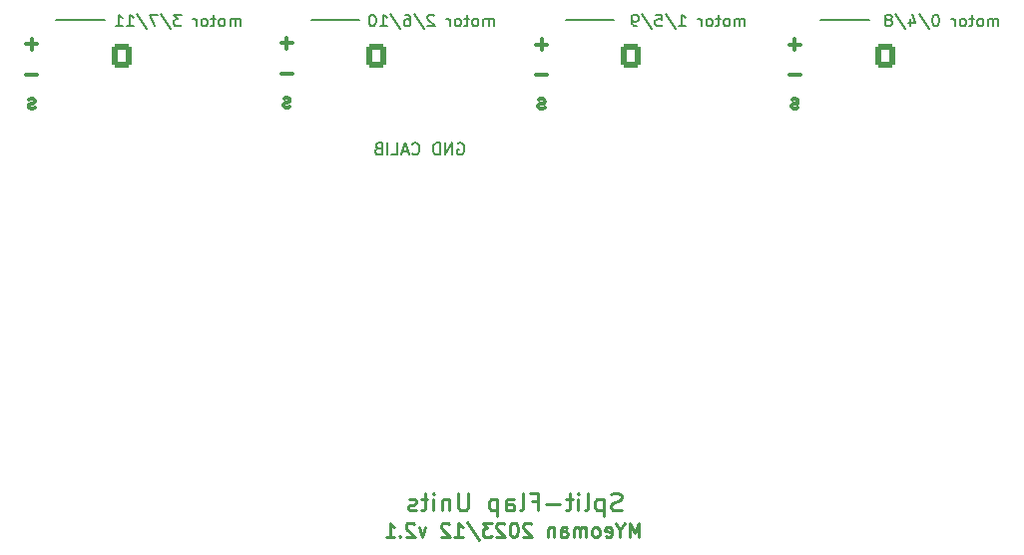
<source format=gbr>
%TF.GenerationSoftware,KiCad,Pcbnew,8.0.0*%
%TF.CreationDate,2024-03-11T16:38:20+11:00*%
%TF.ProjectId,split-flap-units,73706c69-742d-4666-9c61-702d756e6974,rev?*%
%TF.SameCoordinates,Original*%
%TF.FileFunction,Legend,Bot*%
%TF.FilePolarity,Positive*%
%FSLAX46Y46*%
G04 Gerber Fmt 4.6, Leading zero omitted, Abs format (unit mm)*
G04 Created by KiCad (PCBNEW 8.0.0) date 2024-03-11 16:38:20*
%MOMM*%
%LPD*%
G01*
G04 APERTURE LIST*
G04 Aperture macros list*
%AMRoundRect*
0 Rectangle with rounded corners*
0 $1 Rounding radius*
0 $2 $3 $4 $5 $6 $7 $8 $9 X,Y pos of 4 corners*
0 Add a 4 corners polygon primitive as box body*
4,1,4,$2,$3,$4,$5,$6,$7,$8,$9,$2,$3,0*
0 Add four circle primitives for the rounded corners*
1,1,$1+$1,$2,$3*
1,1,$1+$1,$4,$5*
1,1,$1+$1,$6,$7*
1,1,$1+$1,$8,$9*
0 Add four rect primitives between the rounded corners*
20,1,$1+$1,$2,$3,$4,$5,0*
20,1,$1+$1,$4,$5,$6,$7,0*
20,1,$1+$1,$6,$7,$8,$9,0*
20,1,$1+$1,$8,$9,$2,$3,0*%
G04 Aperture macros list end*
%ADD10C,0.150000*%
%ADD11C,0.300000*%
%ADD12C,0.250000*%
%ADD13R,1.600000X1.600000*%
%ADD14O,1.600000X1.600000*%
%ADD15RoundRect,0.250000X-0.600000X-0.725000X0.600000X-0.725000X0.600000X0.725000X-0.600000X0.725000X0*%
%ADD16O,1.700000X1.950000*%
%ADD17R,1.700000X1.700000*%
%ADD18O,1.700000X1.700000*%
%ADD19C,1.600000*%
%ADD20C,6.400000*%
%ADD21RoundRect,0.250000X-0.600000X-0.600000X0.600000X-0.600000X0.600000X0.600000X-0.600000X0.600000X0*%
%ADD22C,1.700000*%
G04 APERTURE END LIST*
D10*
X120650000Y-82346800D02*
X116560600Y-82346800D01*
X99034600Y-82346800D02*
X94945200Y-82346800D01*
X163906200Y-82346800D02*
X159816800Y-82346800D01*
X142265400Y-82346800D02*
X138176000Y-82346800D01*
D11*
X93116917Y-89775400D02*
X93002631Y-89832542D01*
X93002631Y-89832542D02*
X92774060Y-89832542D01*
X92774060Y-89832542D02*
X92659774Y-89775400D01*
X92659774Y-89775400D02*
X92602631Y-89661114D01*
X92602631Y-89661114D02*
X92602631Y-89603971D01*
X92602631Y-89603971D02*
X92659774Y-89489685D01*
X92659774Y-89489685D02*
X92774060Y-89432542D01*
X92774060Y-89432542D02*
X92945489Y-89432542D01*
X92945489Y-89432542D02*
X93059774Y-89375400D01*
X93059774Y-89375400D02*
X93116917Y-89261114D01*
X93116917Y-89261114D02*
X93116917Y-89203971D01*
X93116917Y-89203971D02*
X93059774Y-89089685D01*
X93059774Y-89089685D02*
X92945489Y-89032542D01*
X92945489Y-89032542D02*
X92774060Y-89032542D01*
X92774060Y-89032542D02*
X92659774Y-89089685D01*
X157874060Y-89780400D02*
X157759774Y-89837542D01*
X157759774Y-89837542D02*
X157531203Y-89837542D01*
X157531203Y-89837542D02*
X157416917Y-89780400D01*
X157416917Y-89780400D02*
X157359774Y-89666114D01*
X157359774Y-89666114D02*
X157359774Y-89608971D01*
X157359774Y-89608971D02*
X157416917Y-89494685D01*
X157416917Y-89494685D02*
X157531203Y-89437542D01*
X157531203Y-89437542D02*
X157702632Y-89437542D01*
X157702632Y-89437542D02*
X157816917Y-89380400D01*
X157816917Y-89380400D02*
X157874060Y-89266114D01*
X157874060Y-89266114D02*
X157874060Y-89208971D01*
X157874060Y-89208971D02*
X157816917Y-89094685D01*
X157816917Y-89094685D02*
X157702632Y-89037542D01*
X157702632Y-89037542D02*
X157531203Y-89037542D01*
X157531203Y-89037542D02*
X157416917Y-89094685D01*
D12*
X144399812Y-126240142D02*
X144399812Y-125040142D01*
X144399812Y-125040142D02*
X143999812Y-125897285D01*
X143999812Y-125897285D02*
X143599812Y-125040142D01*
X143599812Y-125040142D02*
X143599812Y-126240142D01*
X142799812Y-125668714D02*
X142799812Y-126240142D01*
X143199812Y-125040142D02*
X142799812Y-125668714D01*
X142799812Y-125668714D02*
X142399812Y-125040142D01*
X141542669Y-126183000D02*
X141656955Y-126240142D01*
X141656955Y-126240142D02*
X141885527Y-126240142D01*
X141885527Y-126240142D02*
X141999812Y-126183000D01*
X141999812Y-126183000D02*
X142056955Y-126068714D01*
X142056955Y-126068714D02*
X142056955Y-125611571D01*
X142056955Y-125611571D02*
X141999812Y-125497285D01*
X141999812Y-125497285D02*
X141885527Y-125440142D01*
X141885527Y-125440142D02*
X141656955Y-125440142D01*
X141656955Y-125440142D02*
X141542669Y-125497285D01*
X141542669Y-125497285D02*
X141485527Y-125611571D01*
X141485527Y-125611571D02*
X141485527Y-125725857D01*
X141485527Y-125725857D02*
X142056955Y-125840142D01*
X140799813Y-126240142D02*
X140914098Y-126183000D01*
X140914098Y-126183000D02*
X140971241Y-126125857D01*
X140971241Y-126125857D02*
X141028384Y-126011571D01*
X141028384Y-126011571D02*
X141028384Y-125668714D01*
X141028384Y-125668714D02*
X140971241Y-125554428D01*
X140971241Y-125554428D02*
X140914098Y-125497285D01*
X140914098Y-125497285D02*
X140799813Y-125440142D01*
X140799813Y-125440142D02*
X140628384Y-125440142D01*
X140628384Y-125440142D02*
X140514098Y-125497285D01*
X140514098Y-125497285D02*
X140456956Y-125554428D01*
X140456956Y-125554428D02*
X140399813Y-125668714D01*
X140399813Y-125668714D02*
X140399813Y-126011571D01*
X140399813Y-126011571D02*
X140456956Y-126125857D01*
X140456956Y-126125857D02*
X140514098Y-126183000D01*
X140514098Y-126183000D02*
X140628384Y-126240142D01*
X140628384Y-126240142D02*
X140799813Y-126240142D01*
X139885527Y-126240142D02*
X139885527Y-125440142D01*
X139885527Y-125554428D02*
X139828384Y-125497285D01*
X139828384Y-125497285D02*
X139714099Y-125440142D01*
X139714099Y-125440142D02*
X139542670Y-125440142D01*
X139542670Y-125440142D02*
X139428384Y-125497285D01*
X139428384Y-125497285D02*
X139371242Y-125611571D01*
X139371242Y-125611571D02*
X139371242Y-126240142D01*
X139371242Y-125611571D02*
X139314099Y-125497285D01*
X139314099Y-125497285D02*
X139199813Y-125440142D01*
X139199813Y-125440142D02*
X139028384Y-125440142D01*
X139028384Y-125440142D02*
X138914099Y-125497285D01*
X138914099Y-125497285D02*
X138856956Y-125611571D01*
X138856956Y-125611571D02*
X138856956Y-126240142D01*
X137771242Y-126240142D02*
X137771242Y-125611571D01*
X137771242Y-125611571D02*
X137828384Y-125497285D01*
X137828384Y-125497285D02*
X137942670Y-125440142D01*
X137942670Y-125440142D02*
X138171242Y-125440142D01*
X138171242Y-125440142D02*
X138285527Y-125497285D01*
X137771242Y-126183000D02*
X137885527Y-126240142D01*
X137885527Y-126240142D02*
X138171242Y-126240142D01*
X138171242Y-126240142D02*
X138285527Y-126183000D01*
X138285527Y-126183000D02*
X138342670Y-126068714D01*
X138342670Y-126068714D02*
X138342670Y-125954428D01*
X138342670Y-125954428D02*
X138285527Y-125840142D01*
X138285527Y-125840142D02*
X138171242Y-125783000D01*
X138171242Y-125783000D02*
X137885527Y-125783000D01*
X137885527Y-125783000D02*
X137771242Y-125725857D01*
X137199813Y-125440142D02*
X137199813Y-126240142D01*
X137199813Y-125554428D02*
X137142670Y-125497285D01*
X137142670Y-125497285D02*
X137028385Y-125440142D01*
X137028385Y-125440142D02*
X136856956Y-125440142D01*
X136856956Y-125440142D02*
X136742670Y-125497285D01*
X136742670Y-125497285D02*
X136685528Y-125611571D01*
X136685528Y-125611571D02*
X136685528Y-126240142D01*
X135256956Y-125154428D02*
X135199813Y-125097285D01*
X135199813Y-125097285D02*
X135085528Y-125040142D01*
X135085528Y-125040142D02*
X134799813Y-125040142D01*
X134799813Y-125040142D02*
X134685528Y-125097285D01*
X134685528Y-125097285D02*
X134628385Y-125154428D01*
X134628385Y-125154428D02*
X134571242Y-125268714D01*
X134571242Y-125268714D02*
X134571242Y-125383000D01*
X134571242Y-125383000D02*
X134628385Y-125554428D01*
X134628385Y-125554428D02*
X135314099Y-126240142D01*
X135314099Y-126240142D02*
X134571242Y-126240142D01*
X133828385Y-125040142D02*
X133714099Y-125040142D01*
X133714099Y-125040142D02*
X133599813Y-125097285D01*
X133599813Y-125097285D02*
X133542671Y-125154428D01*
X133542671Y-125154428D02*
X133485528Y-125268714D01*
X133485528Y-125268714D02*
X133428385Y-125497285D01*
X133428385Y-125497285D02*
X133428385Y-125783000D01*
X133428385Y-125783000D02*
X133485528Y-126011571D01*
X133485528Y-126011571D02*
X133542671Y-126125857D01*
X133542671Y-126125857D02*
X133599813Y-126183000D01*
X133599813Y-126183000D02*
X133714099Y-126240142D01*
X133714099Y-126240142D02*
X133828385Y-126240142D01*
X133828385Y-126240142D02*
X133942671Y-126183000D01*
X133942671Y-126183000D02*
X133999813Y-126125857D01*
X133999813Y-126125857D02*
X134056956Y-126011571D01*
X134056956Y-126011571D02*
X134114099Y-125783000D01*
X134114099Y-125783000D02*
X134114099Y-125497285D01*
X134114099Y-125497285D02*
X134056956Y-125268714D01*
X134056956Y-125268714D02*
X133999813Y-125154428D01*
X133999813Y-125154428D02*
X133942671Y-125097285D01*
X133942671Y-125097285D02*
X133828385Y-125040142D01*
X132971242Y-125154428D02*
X132914099Y-125097285D01*
X132914099Y-125097285D02*
X132799814Y-125040142D01*
X132799814Y-125040142D02*
X132514099Y-125040142D01*
X132514099Y-125040142D02*
X132399814Y-125097285D01*
X132399814Y-125097285D02*
X132342671Y-125154428D01*
X132342671Y-125154428D02*
X132285528Y-125268714D01*
X132285528Y-125268714D02*
X132285528Y-125383000D01*
X132285528Y-125383000D02*
X132342671Y-125554428D01*
X132342671Y-125554428D02*
X133028385Y-126240142D01*
X133028385Y-126240142D02*
X132285528Y-126240142D01*
X131885528Y-125040142D02*
X131142671Y-125040142D01*
X131142671Y-125040142D02*
X131542671Y-125497285D01*
X131542671Y-125497285D02*
X131371242Y-125497285D01*
X131371242Y-125497285D02*
X131256957Y-125554428D01*
X131256957Y-125554428D02*
X131199814Y-125611571D01*
X131199814Y-125611571D02*
X131142671Y-125725857D01*
X131142671Y-125725857D02*
X131142671Y-126011571D01*
X131142671Y-126011571D02*
X131199814Y-126125857D01*
X131199814Y-126125857D02*
X131256957Y-126183000D01*
X131256957Y-126183000D02*
X131371242Y-126240142D01*
X131371242Y-126240142D02*
X131714099Y-126240142D01*
X131714099Y-126240142D02*
X131828385Y-126183000D01*
X131828385Y-126183000D02*
X131885528Y-126125857D01*
X129771242Y-124983000D02*
X130799814Y-126525857D01*
X128742671Y-126240142D02*
X129428385Y-126240142D01*
X129085528Y-126240142D02*
X129085528Y-125040142D01*
X129085528Y-125040142D02*
X129199814Y-125211571D01*
X129199814Y-125211571D02*
X129314099Y-125325857D01*
X129314099Y-125325857D02*
X129428385Y-125383000D01*
X128285528Y-125154428D02*
X128228385Y-125097285D01*
X128228385Y-125097285D02*
X128114100Y-125040142D01*
X128114100Y-125040142D02*
X127828385Y-125040142D01*
X127828385Y-125040142D02*
X127714100Y-125097285D01*
X127714100Y-125097285D02*
X127656957Y-125154428D01*
X127656957Y-125154428D02*
X127599814Y-125268714D01*
X127599814Y-125268714D02*
X127599814Y-125383000D01*
X127599814Y-125383000D02*
X127656957Y-125554428D01*
X127656957Y-125554428D02*
X128342671Y-126240142D01*
X128342671Y-126240142D02*
X127599814Y-126240142D01*
X126285528Y-125440142D02*
X125999814Y-126240142D01*
X125999814Y-126240142D02*
X125714099Y-125440142D01*
X125314099Y-125154428D02*
X125256956Y-125097285D01*
X125256956Y-125097285D02*
X125142671Y-125040142D01*
X125142671Y-125040142D02*
X124856956Y-125040142D01*
X124856956Y-125040142D02*
X124742671Y-125097285D01*
X124742671Y-125097285D02*
X124685528Y-125154428D01*
X124685528Y-125154428D02*
X124628385Y-125268714D01*
X124628385Y-125268714D02*
X124628385Y-125383000D01*
X124628385Y-125383000D02*
X124685528Y-125554428D01*
X124685528Y-125554428D02*
X125371242Y-126240142D01*
X125371242Y-126240142D02*
X124628385Y-126240142D01*
X124114099Y-126125857D02*
X124056956Y-126183000D01*
X124056956Y-126183000D02*
X124114099Y-126240142D01*
X124114099Y-126240142D02*
X124171242Y-126183000D01*
X124171242Y-126183000D02*
X124114099Y-126125857D01*
X124114099Y-126125857D02*
X124114099Y-126240142D01*
X122914099Y-126240142D02*
X123599813Y-126240142D01*
X123256956Y-126240142D02*
X123256956Y-125040142D01*
X123256956Y-125040142D02*
X123371242Y-125211571D01*
X123371242Y-125211571D02*
X123485527Y-125325857D01*
X123485527Y-125325857D02*
X123599813Y-125383000D01*
D11*
X114774060Y-89680400D02*
X114659774Y-89737542D01*
X114659774Y-89737542D02*
X114431203Y-89737542D01*
X114431203Y-89737542D02*
X114316917Y-89680400D01*
X114316917Y-89680400D02*
X114259774Y-89566114D01*
X114259774Y-89566114D02*
X114259774Y-89508971D01*
X114259774Y-89508971D02*
X114316917Y-89394685D01*
X114316917Y-89394685D02*
X114431203Y-89337542D01*
X114431203Y-89337542D02*
X114602632Y-89337542D01*
X114602632Y-89337542D02*
X114716917Y-89280400D01*
X114716917Y-89280400D02*
X114774060Y-89166114D01*
X114774060Y-89166114D02*
X114774060Y-89108971D01*
X114774060Y-89108971D02*
X114716917Y-88994685D01*
X114716917Y-88994685D02*
X114602632Y-88937542D01*
X114602632Y-88937542D02*
X114431203Y-88937542D01*
X114431203Y-88937542D02*
X114316917Y-88994685D01*
X136374060Y-89780400D02*
X136259774Y-89837542D01*
X136259774Y-89837542D02*
X136031203Y-89837542D01*
X136031203Y-89837542D02*
X135916917Y-89780400D01*
X135916917Y-89780400D02*
X135859774Y-89666114D01*
X135859774Y-89666114D02*
X135859774Y-89608971D01*
X135859774Y-89608971D02*
X135916917Y-89494685D01*
X135916917Y-89494685D02*
X136031203Y-89437542D01*
X136031203Y-89437542D02*
X136202632Y-89437542D01*
X136202632Y-89437542D02*
X136316917Y-89380400D01*
X136316917Y-89380400D02*
X136374060Y-89266114D01*
X136374060Y-89266114D02*
X136374060Y-89208971D01*
X136374060Y-89208971D02*
X136316917Y-89094685D01*
X136316917Y-89094685D02*
X136202632Y-89037542D01*
X136202632Y-89037542D02*
X136031203Y-89037542D01*
X136031203Y-89037542D02*
X135916917Y-89094685D01*
D10*
X132061904Y-82854819D02*
X132061904Y-82188152D01*
X132061904Y-82283390D02*
X132014285Y-82235771D01*
X132014285Y-82235771D02*
X131919047Y-82188152D01*
X131919047Y-82188152D02*
X131776190Y-82188152D01*
X131776190Y-82188152D02*
X131680952Y-82235771D01*
X131680952Y-82235771D02*
X131633333Y-82331009D01*
X131633333Y-82331009D02*
X131633333Y-82854819D01*
X131633333Y-82331009D02*
X131585714Y-82235771D01*
X131585714Y-82235771D02*
X131490476Y-82188152D01*
X131490476Y-82188152D02*
X131347619Y-82188152D01*
X131347619Y-82188152D02*
X131252380Y-82235771D01*
X131252380Y-82235771D02*
X131204761Y-82331009D01*
X131204761Y-82331009D02*
X131204761Y-82854819D01*
X130585714Y-82854819D02*
X130680952Y-82807200D01*
X130680952Y-82807200D02*
X130728571Y-82759580D01*
X130728571Y-82759580D02*
X130776190Y-82664342D01*
X130776190Y-82664342D02*
X130776190Y-82378628D01*
X130776190Y-82378628D02*
X130728571Y-82283390D01*
X130728571Y-82283390D02*
X130680952Y-82235771D01*
X130680952Y-82235771D02*
X130585714Y-82188152D01*
X130585714Y-82188152D02*
X130442857Y-82188152D01*
X130442857Y-82188152D02*
X130347619Y-82235771D01*
X130347619Y-82235771D02*
X130300000Y-82283390D01*
X130300000Y-82283390D02*
X130252381Y-82378628D01*
X130252381Y-82378628D02*
X130252381Y-82664342D01*
X130252381Y-82664342D02*
X130300000Y-82759580D01*
X130300000Y-82759580D02*
X130347619Y-82807200D01*
X130347619Y-82807200D02*
X130442857Y-82854819D01*
X130442857Y-82854819D02*
X130585714Y-82854819D01*
X129966666Y-82188152D02*
X129585714Y-82188152D01*
X129823809Y-81854819D02*
X129823809Y-82711961D01*
X129823809Y-82711961D02*
X129776190Y-82807200D01*
X129776190Y-82807200D02*
X129680952Y-82854819D01*
X129680952Y-82854819D02*
X129585714Y-82854819D01*
X129109523Y-82854819D02*
X129204761Y-82807200D01*
X129204761Y-82807200D02*
X129252380Y-82759580D01*
X129252380Y-82759580D02*
X129299999Y-82664342D01*
X129299999Y-82664342D02*
X129299999Y-82378628D01*
X129299999Y-82378628D02*
X129252380Y-82283390D01*
X129252380Y-82283390D02*
X129204761Y-82235771D01*
X129204761Y-82235771D02*
X129109523Y-82188152D01*
X129109523Y-82188152D02*
X128966666Y-82188152D01*
X128966666Y-82188152D02*
X128871428Y-82235771D01*
X128871428Y-82235771D02*
X128823809Y-82283390D01*
X128823809Y-82283390D02*
X128776190Y-82378628D01*
X128776190Y-82378628D02*
X128776190Y-82664342D01*
X128776190Y-82664342D02*
X128823809Y-82759580D01*
X128823809Y-82759580D02*
X128871428Y-82807200D01*
X128871428Y-82807200D02*
X128966666Y-82854819D01*
X128966666Y-82854819D02*
X129109523Y-82854819D01*
X128347618Y-82854819D02*
X128347618Y-82188152D01*
X128347618Y-82378628D02*
X128299999Y-82283390D01*
X128299999Y-82283390D02*
X128252380Y-82235771D01*
X128252380Y-82235771D02*
X128157142Y-82188152D01*
X128157142Y-82188152D02*
X128061904Y-82188152D01*
X127014284Y-81950057D02*
X126966665Y-81902438D01*
X126966665Y-81902438D02*
X126871427Y-81854819D01*
X126871427Y-81854819D02*
X126633332Y-81854819D01*
X126633332Y-81854819D02*
X126538094Y-81902438D01*
X126538094Y-81902438D02*
X126490475Y-81950057D01*
X126490475Y-81950057D02*
X126442856Y-82045295D01*
X126442856Y-82045295D02*
X126442856Y-82140533D01*
X126442856Y-82140533D02*
X126490475Y-82283390D01*
X126490475Y-82283390D02*
X127061903Y-82854819D01*
X127061903Y-82854819D02*
X126442856Y-82854819D01*
X125299999Y-81807200D02*
X126157141Y-83092914D01*
X124538094Y-81854819D02*
X124728570Y-81854819D01*
X124728570Y-81854819D02*
X124823808Y-81902438D01*
X124823808Y-81902438D02*
X124871427Y-81950057D01*
X124871427Y-81950057D02*
X124966665Y-82092914D01*
X124966665Y-82092914D02*
X125014284Y-82283390D01*
X125014284Y-82283390D02*
X125014284Y-82664342D01*
X125014284Y-82664342D02*
X124966665Y-82759580D01*
X124966665Y-82759580D02*
X124919046Y-82807200D01*
X124919046Y-82807200D02*
X124823808Y-82854819D01*
X124823808Y-82854819D02*
X124633332Y-82854819D01*
X124633332Y-82854819D02*
X124538094Y-82807200D01*
X124538094Y-82807200D02*
X124490475Y-82759580D01*
X124490475Y-82759580D02*
X124442856Y-82664342D01*
X124442856Y-82664342D02*
X124442856Y-82426247D01*
X124442856Y-82426247D02*
X124490475Y-82331009D01*
X124490475Y-82331009D02*
X124538094Y-82283390D01*
X124538094Y-82283390D02*
X124633332Y-82235771D01*
X124633332Y-82235771D02*
X124823808Y-82235771D01*
X124823808Y-82235771D02*
X124919046Y-82283390D01*
X124919046Y-82283390D02*
X124966665Y-82331009D01*
X124966665Y-82331009D02*
X125014284Y-82426247D01*
X123299999Y-81807200D02*
X124157141Y-83092914D01*
X122442856Y-82854819D02*
X123014284Y-82854819D01*
X122728570Y-82854819D02*
X122728570Y-81854819D01*
X122728570Y-81854819D02*
X122823808Y-81997676D01*
X122823808Y-81997676D02*
X122919046Y-82092914D01*
X122919046Y-82092914D02*
X123014284Y-82140533D01*
X121823808Y-81854819D02*
X121728570Y-81854819D01*
X121728570Y-81854819D02*
X121633332Y-81902438D01*
X121633332Y-81902438D02*
X121585713Y-81950057D01*
X121585713Y-81950057D02*
X121538094Y-82045295D01*
X121538094Y-82045295D02*
X121490475Y-82235771D01*
X121490475Y-82235771D02*
X121490475Y-82473866D01*
X121490475Y-82473866D02*
X121538094Y-82664342D01*
X121538094Y-82664342D02*
X121585713Y-82759580D01*
X121585713Y-82759580D02*
X121633332Y-82807200D01*
X121633332Y-82807200D02*
X121728570Y-82854819D01*
X121728570Y-82854819D02*
X121823808Y-82854819D01*
X121823808Y-82854819D02*
X121919046Y-82807200D01*
X121919046Y-82807200D02*
X121966665Y-82759580D01*
X121966665Y-82759580D02*
X122014284Y-82664342D01*
X122014284Y-82664342D02*
X122061903Y-82473866D01*
X122061903Y-82473866D02*
X122061903Y-82235771D01*
X122061903Y-82235771D02*
X122014284Y-82045295D01*
X122014284Y-82045295D02*
X121966665Y-81950057D01*
X121966665Y-81950057D02*
X121919046Y-81902438D01*
X121919046Y-81902438D02*
X121823808Y-81854819D01*
X129014285Y-92802438D02*
X129109523Y-92754819D01*
X129109523Y-92754819D02*
X129252380Y-92754819D01*
X129252380Y-92754819D02*
X129395237Y-92802438D01*
X129395237Y-92802438D02*
X129490475Y-92897676D01*
X129490475Y-92897676D02*
X129538094Y-92992914D01*
X129538094Y-92992914D02*
X129585713Y-93183390D01*
X129585713Y-93183390D02*
X129585713Y-93326247D01*
X129585713Y-93326247D02*
X129538094Y-93516723D01*
X129538094Y-93516723D02*
X129490475Y-93611961D01*
X129490475Y-93611961D02*
X129395237Y-93707200D01*
X129395237Y-93707200D02*
X129252380Y-93754819D01*
X129252380Y-93754819D02*
X129157142Y-93754819D01*
X129157142Y-93754819D02*
X129014285Y-93707200D01*
X129014285Y-93707200D02*
X128966666Y-93659580D01*
X128966666Y-93659580D02*
X128966666Y-93326247D01*
X128966666Y-93326247D02*
X129157142Y-93326247D01*
X128538094Y-93754819D02*
X128538094Y-92754819D01*
X128538094Y-92754819D02*
X127966666Y-93754819D01*
X127966666Y-93754819D02*
X127966666Y-92754819D01*
X127490475Y-93754819D02*
X127490475Y-92754819D01*
X127490475Y-92754819D02*
X127252380Y-92754819D01*
X127252380Y-92754819D02*
X127109523Y-92802438D01*
X127109523Y-92802438D02*
X127014285Y-92897676D01*
X127014285Y-92897676D02*
X126966666Y-92992914D01*
X126966666Y-92992914D02*
X126919047Y-93183390D01*
X126919047Y-93183390D02*
X126919047Y-93326247D01*
X126919047Y-93326247D02*
X126966666Y-93516723D01*
X126966666Y-93516723D02*
X127014285Y-93611961D01*
X127014285Y-93611961D02*
X127109523Y-93707200D01*
X127109523Y-93707200D02*
X127252380Y-93754819D01*
X127252380Y-93754819D02*
X127490475Y-93754819D01*
X125157142Y-93659580D02*
X125204761Y-93707200D01*
X125204761Y-93707200D02*
X125347618Y-93754819D01*
X125347618Y-93754819D02*
X125442856Y-93754819D01*
X125442856Y-93754819D02*
X125585713Y-93707200D01*
X125585713Y-93707200D02*
X125680951Y-93611961D01*
X125680951Y-93611961D02*
X125728570Y-93516723D01*
X125728570Y-93516723D02*
X125776189Y-93326247D01*
X125776189Y-93326247D02*
X125776189Y-93183390D01*
X125776189Y-93183390D02*
X125728570Y-92992914D01*
X125728570Y-92992914D02*
X125680951Y-92897676D01*
X125680951Y-92897676D02*
X125585713Y-92802438D01*
X125585713Y-92802438D02*
X125442856Y-92754819D01*
X125442856Y-92754819D02*
X125347618Y-92754819D01*
X125347618Y-92754819D02*
X125204761Y-92802438D01*
X125204761Y-92802438D02*
X125157142Y-92850057D01*
X124776189Y-93469104D02*
X124299999Y-93469104D01*
X124871427Y-93754819D02*
X124538094Y-92754819D01*
X124538094Y-92754819D02*
X124204761Y-93754819D01*
X123395237Y-93754819D02*
X123871427Y-93754819D01*
X123871427Y-93754819D02*
X123871427Y-92754819D01*
X123061903Y-93754819D02*
X123061903Y-92754819D01*
X122252380Y-93231009D02*
X122109523Y-93278628D01*
X122109523Y-93278628D02*
X122061904Y-93326247D01*
X122061904Y-93326247D02*
X122014285Y-93421485D01*
X122014285Y-93421485D02*
X122014285Y-93564342D01*
X122014285Y-93564342D02*
X122061904Y-93659580D01*
X122061904Y-93659580D02*
X122109523Y-93707200D01*
X122109523Y-93707200D02*
X122204761Y-93754819D01*
X122204761Y-93754819D02*
X122585713Y-93754819D01*
X122585713Y-93754819D02*
X122585713Y-92754819D01*
X122585713Y-92754819D02*
X122252380Y-92754819D01*
X122252380Y-92754819D02*
X122157142Y-92802438D01*
X122157142Y-92802438D02*
X122109523Y-92850057D01*
X122109523Y-92850057D02*
X122061904Y-92945295D01*
X122061904Y-92945295D02*
X122061904Y-93040533D01*
X122061904Y-93040533D02*
X122109523Y-93135771D01*
X122109523Y-93135771D02*
X122157142Y-93183390D01*
X122157142Y-93183390D02*
X122252380Y-93231009D01*
X122252380Y-93231009D02*
X122585713Y-93231009D01*
D11*
X136574060Y-84385400D02*
X135659775Y-84385400D01*
X136116917Y-84842542D02*
X136116917Y-83928257D01*
D10*
X153385714Y-82854819D02*
X153385714Y-82188152D01*
X153385714Y-82283390D02*
X153338095Y-82235771D01*
X153338095Y-82235771D02*
X153242857Y-82188152D01*
X153242857Y-82188152D02*
X153100000Y-82188152D01*
X153100000Y-82188152D02*
X153004762Y-82235771D01*
X153004762Y-82235771D02*
X152957143Y-82331009D01*
X152957143Y-82331009D02*
X152957143Y-82854819D01*
X152957143Y-82331009D02*
X152909524Y-82235771D01*
X152909524Y-82235771D02*
X152814286Y-82188152D01*
X152814286Y-82188152D02*
X152671429Y-82188152D01*
X152671429Y-82188152D02*
X152576190Y-82235771D01*
X152576190Y-82235771D02*
X152528571Y-82331009D01*
X152528571Y-82331009D02*
X152528571Y-82854819D01*
X151909524Y-82854819D02*
X152004762Y-82807200D01*
X152004762Y-82807200D02*
X152052381Y-82759580D01*
X152052381Y-82759580D02*
X152100000Y-82664342D01*
X152100000Y-82664342D02*
X152100000Y-82378628D01*
X152100000Y-82378628D02*
X152052381Y-82283390D01*
X152052381Y-82283390D02*
X152004762Y-82235771D01*
X152004762Y-82235771D02*
X151909524Y-82188152D01*
X151909524Y-82188152D02*
X151766667Y-82188152D01*
X151766667Y-82188152D02*
X151671429Y-82235771D01*
X151671429Y-82235771D02*
X151623810Y-82283390D01*
X151623810Y-82283390D02*
X151576191Y-82378628D01*
X151576191Y-82378628D02*
X151576191Y-82664342D01*
X151576191Y-82664342D02*
X151623810Y-82759580D01*
X151623810Y-82759580D02*
X151671429Y-82807200D01*
X151671429Y-82807200D02*
X151766667Y-82854819D01*
X151766667Y-82854819D02*
X151909524Y-82854819D01*
X151290476Y-82188152D02*
X150909524Y-82188152D01*
X151147619Y-81854819D02*
X151147619Y-82711961D01*
X151147619Y-82711961D02*
X151100000Y-82807200D01*
X151100000Y-82807200D02*
X151004762Y-82854819D01*
X151004762Y-82854819D02*
X150909524Y-82854819D01*
X150433333Y-82854819D02*
X150528571Y-82807200D01*
X150528571Y-82807200D02*
X150576190Y-82759580D01*
X150576190Y-82759580D02*
X150623809Y-82664342D01*
X150623809Y-82664342D02*
X150623809Y-82378628D01*
X150623809Y-82378628D02*
X150576190Y-82283390D01*
X150576190Y-82283390D02*
X150528571Y-82235771D01*
X150528571Y-82235771D02*
X150433333Y-82188152D01*
X150433333Y-82188152D02*
X150290476Y-82188152D01*
X150290476Y-82188152D02*
X150195238Y-82235771D01*
X150195238Y-82235771D02*
X150147619Y-82283390D01*
X150147619Y-82283390D02*
X150100000Y-82378628D01*
X150100000Y-82378628D02*
X150100000Y-82664342D01*
X150100000Y-82664342D02*
X150147619Y-82759580D01*
X150147619Y-82759580D02*
X150195238Y-82807200D01*
X150195238Y-82807200D02*
X150290476Y-82854819D01*
X150290476Y-82854819D02*
X150433333Y-82854819D01*
X149671428Y-82854819D02*
X149671428Y-82188152D01*
X149671428Y-82378628D02*
X149623809Y-82283390D01*
X149623809Y-82283390D02*
X149576190Y-82235771D01*
X149576190Y-82235771D02*
X149480952Y-82188152D01*
X149480952Y-82188152D02*
X149385714Y-82188152D01*
X147766666Y-82854819D02*
X148338094Y-82854819D01*
X148052380Y-82854819D02*
X148052380Y-81854819D01*
X148052380Y-81854819D02*
X148147618Y-81997676D01*
X148147618Y-81997676D02*
X148242856Y-82092914D01*
X148242856Y-82092914D02*
X148338094Y-82140533D01*
X146623809Y-81807200D02*
X147480951Y-83092914D01*
X145814285Y-81854819D02*
X146290475Y-81854819D01*
X146290475Y-81854819D02*
X146338094Y-82331009D01*
X146338094Y-82331009D02*
X146290475Y-82283390D01*
X146290475Y-82283390D02*
X146195237Y-82235771D01*
X146195237Y-82235771D02*
X145957142Y-82235771D01*
X145957142Y-82235771D02*
X145861904Y-82283390D01*
X145861904Y-82283390D02*
X145814285Y-82331009D01*
X145814285Y-82331009D02*
X145766666Y-82426247D01*
X145766666Y-82426247D02*
X145766666Y-82664342D01*
X145766666Y-82664342D02*
X145814285Y-82759580D01*
X145814285Y-82759580D02*
X145861904Y-82807200D01*
X145861904Y-82807200D02*
X145957142Y-82854819D01*
X145957142Y-82854819D02*
X146195237Y-82854819D01*
X146195237Y-82854819D02*
X146290475Y-82807200D01*
X146290475Y-82807200D02*
X146338094Y-82759580D01*
X144623809Y-81807200D02*
X145480951Y-83092914D01*
X144242856Y-82854819D02*
X144052380Y-82854819D01*
X144052380Y-82854819D02*
X143957142Y-82807200D01*
X143957142Y-82807200D02*
X143909523Y-82759580D01*
X143909523Y-82759580D02*
X143814285Y-82616723D01*
X143814285Y-82616723D02*
X143766666Y-82426247D01*
X143766666Y-82426247D02*
X143766666Y-82045295D01*
X143766666Y-82045295D02*
X143814285Y-81950057D01*
X143814285Y-81950057D02*
X143861904Y-81902438D01*
X143861904Y-81902438D02*
X143957142Y-81854819D01*
X143957142Y-81854819D02*
X144147618Y-81854819D01*
X144147618Y-81854819D02*
X144242856Y-81902438D01*
X144242856Y-81902438D02*
X144290475Y-81950057D01*
X144290475Y-81950057D02*
X144338094Y-82045295D01*
X144338094Y-82045295D02*
X144338094Y-82283390D01*
X144338094Y-82283390D02*
X144290475Y-82378628D01*
X144290475Y-82378628D02*
X144242856Y-82426247D01*
X144242856Y-82426247D02*
X144147618Y-82473866D01*
X144147618Y-82473866D02*
X143957142Y-82473866D01*
X143957142Y-82473866D02*
X143861904Y-82426247D01*
X143861904Y-82426247D02*
X143814285Y-82378628D01*
X143814285Y-82378628D02*
X143766666Y-82283390D01*
D11*
X114974060Y-84285400D02*
X114059775Y-84285400D01*
X114516917Y-84742542D02*
X114516917Y-83828257D01*
X114974060Y-86885400D02*
X114059775Y-86885400D01*
X158074060Y-86985400D02*
X157159775Y-86985400D01*
X158074060Y-84385400D02*
X157159775Y-84385400D01*
X157616917Y-84842542D02*
X157616917Y-83928257D01*
D12*
X142889524Y-123932000D02*
X142675239Y-124003428D01*
X142675239Y-124003428D02*
X142318096Y-124003428D01*
X142318096Y-124003428D02*
X142175239Y-123932000D01*
X142175239Y-123932000D02*
X142103810Y-123860571D01*
X142103810Y-123860571D02*
X142032381Y-123717714D01*
X142032381Y-123717714D02*
X142032381Y-123574857D01*
X142032381Y-123574857D02*
X142103810Y-123432000D01*
X142103810Y-123432000D02*
X142175239Y-123360571D01*
X142175239Y-123360571D02*
X142318096Y-123289142D01*
X142318096Y-123289142D02*
X142603810Y-123217714D01*
X142603810Y-123217714D02*
X142746667Y-123146285D01*
X142746667Y-123146285D02*
X142818096Y-123074857D01*
X142818096Y-123074857D02*
X142889524Y-122932000D01*
X142889524Y-122932000D02*
X142889524Y-122789142D01*
X142889524Y-122789142D02*
X142818096Y-122646285D01*
X142818096Y-122646285D02*
X142746667Y-122574857D01*
X142746667Y-122574857D02*
X142603810Y-122503428D01*
X142603810Y-122503428D02*
X142246667Y-122503428D01*
X142246667Y-122503428D02*
X142032381Y-122574857D01*
X141389525Y-123003428D02*
X141389525Y-124503428D01*
X141389525Y-123074857D02*
X141246668Y-123003428D01*
X141246668Y-123003428D02*
X140960953Y-123003428D01*
X140960953Y-123003428D02*
X140818096Y-123074857D01*
X140818096Y-123074857D02*
X140746668Y-123146285D01*
X140746668Y-123146285D02*
X140675239Y-123289142D01*
X140675239Y-123289142D02*
X140675239Y-123717714D01*
X140675239Y-123717714D02*
X140746668Y-123860571D01*
X140746668Y-123860571D02*
X140818096Y-123932000D01*
X140818096Y-123932000D02*
X140960953Y-124003428D01*
X140960953Y-124003428D02*
X141246668Y-124003428D01*
X141246668Y-124003428D02*
X141389525Y-123932000D01*
X139818096Y-124003428D02*
X139960953Y-123932000D01*
X139960953Y-123932000D02*
X140032382Y-123789142D01*
X140032382Y-123789142D02*
X140032382Y-122503428D01*
X139246668Y-124003428D02*
X139246668Y-123003428D01*
X139246668Y-122503428D02*
X139318096Y-122574857D01*
X139318096Y-122574857D02*
X139246668Y-122646285D01*
X139246668Y-122646285D02*
X139175239Y-122574857D01*
X139175239Y-122574857D02*
X139246668Y-122503428D01*
X139246668Y-122503428D02*
X139246668Y-122646285D01*
X138746667Y-123003428D02*
X138175239Y-123003428D01*
X138532382Y-122503428D02*
X138532382Y-123789142D01*
X138532382Y-123789142D02*
X138460953Y-123932000D01*
X138460953Y-123932000D02*
X138318096Y-124003428D01*
X138318096Y-124003428D02*
X138175239Y-124003428D01*
X137675239Y-123432000D02*
X136532382Y-123432000D01*
X135318096Y-123217714D02*
X135818096Y-123217714D01*
X135818096Y-124003428D02*
X135818096Y-122503428D01*
X135818096Y-122503428D02*
X135103810Y-122503428D01*
X134318096Y-124003428D02*
X134460953Y-123932000D01*
X134460953Y-123932000D02*
X134532382Y-123789142D01*
X134532382Y-123789142D02*
X134532382Y-122503428D01*
X133103811Y-124003428D02*
X133103811Y-123217714D01*
X133103811Y-123217714D02*
X133175239Y-123074857D01*
X133175239Y-123074857D02*
X133318096Y-123003428D01*
X133318096Y-123003428D02*
X133603811Y-123003428D01*
X133603811Y-123003428D02*
X133746668Y-123074857D01*
X133103811Y-123932000D02*
X133246668Y-124003428D01*
X133246668Y-124003428D02*
X133603811Y-124003428D01*
X133603811Y-124003428D02*
X133746668Y-123932000D01*
X133746668Y-123932000D02*
X133818096Y-123789142D01*
X133818096Y-123789142D02*
X133818096Y-123646285D01*
X133818096Y-123646285D02*
X133746668Y-123503428D01*
X133746668Y-123503428D02*
X133603811Y-123432000D01*
X133603811Y-123432000D02*
X133246668Y-123432000D01*
X133246668Y-123432000D02*
X133103811Y-123360571D01*
X132389525Y-123003428D02*
X132389525Y-124503428D01*
X132389525Y-123074857D02*
X132246668Y-123003428D01*
X132246668Y-123003428D02*
X131960953Y-123003428D01*
X131960953Y-123003428D02*
X131818096Y-123074857D01*
X131818096Y-123074857D02*
X131746668Y-123146285D01*
X131746668Y-123146285D02*
X131675239Y-123289142D01*
X131675239Y-123289142D02*
X131675239Y-123717714D01*
X131675239Y-123717714D02*
X131746668Y-123860571D01*
X131746668Y-123860571D02*
X131818096Y-123932000D01*
X131818096Y-123932000D02*
X131960953Y-124003428D01*
X131960953Y-124003428D02*
X132246668Y-124003428D01*
X132246668Y-124003428D02*
X132389525Y-123932000D01*
X129889525Y-122503428D02*
X129889525Y-123717714D01*
X129889525Y-123717714D02*
X129818096Y-123860571D01*
X129818096Y-123860571D02*
X129746668Y-123932000D01*
X129746668Y-123932000D02*
X129603810Y-124003428D01*
X129603810Y-124003428D02*
X129318096Y-124003428D01*
X129318096Y-124003428D02*
X129175239Y-123932000D01*
X129175239Y-123932000D02*
X129103810Y-123860571D01*
X129103810Y-123860571D02*
X129032382Y-123717714D01*
X129032382Y-123717714D02*
X129032382Y-122503428D01*
X128318096Y-123003428D02*
X128318096Y-124003428D01*
X128318096Y-123146285D02*
X128246667Y-123074857D01*
X128246667Y-123074857D02*
X128103810Y-123003428D01*
X128103810Y-123003428D02*
X127889524Y-123003428D01*
X127889524Y-123003428D02*
X127746667Y-123074857D01*
X127746667Y-123074857D02*
X127675239Y-123217714D01*
X127675239Y-123217714D02*
X127675239Y-124003428D01*
X126960953Y-124003428D02*
X126960953Y-123003428D01*
X126960953Y-122503428D02*
X127032381Y-122574857D01*
X127032381Y-122574857D02*
X126960953Y-122646285D01*
X126960953Y-122646285D02*
X126889524Y-122574857D01*
X126889524Y-122574857D02*
X126960953Y-122503428D01*
X126960953Y-122503428D02*
X126960953Y-122646285D01*
X126460952Y-123003428D02*
X125889524Y-123003428D01*
X126246667Y-122503428D02*
X126246667Y-123789142D01*
X126246667Y-123789142D02*
X126175238Y-123932000D01*
X126175238Y-123932000D02*
X126032381Y-124003428D01*
X126032381Y-124003428D02*
X125889524Y-124003428D01*
X125460952Y-123932000D02*
X125318095Y-124003428D01*
X125318095Y-124003428D02*
X125032381Y-124003428D01*
X125032381Y-124003428D02*
X124889524Y-123932000D01*
X124889524Y-123932000D02*
X124818095Y-123789142D01*
X124818095Y-123789142D02*
X124818095Y-123717714D01*
X124818095Y-123717714D02*
X124889524Y-123574857D01*
X124889524Y-123574857D02*
X125032381Y-123503428D01*
X125032381Y-123503428D02*
X125246667Y-123503428D01*
X125246667Y-123503428D02*
X125389524Y-123432000D01*
X125389524Y-123432000D02*
X125460952Y-123289142D01*
X125460952Y-123289142D02*
X125460952Y-123217714D01*
X125460952Y-123217714D02*
X125389524Y-123074857D01*
X125389524Y-123074857D02*
X125246667Y-123003428D01*
X125246667Y-123003428D02*
X125032381Y-123003428D01*
X125032381Y-123003428D02*
X124889524Y-123074857D01*
D11*
X136574060Y-86985400D02*
X135659775Y-86985400D01*
X93316917Y-86980400D02*
X92402632Y-86980400D01*
X93316917Y-84380400D02*
X92402632Y-84380400D01*
X92859774Y-84837542D02*
X92859774Y-83923257D01*
D10*
X110561904Y-82854819D02*
X110561904Y-82188152D01*
X110561904Y-82283390D02*
X110514285Y-82235771D01*
X110514285Y-82235771D02*
X110419047Y-82188152D01*
X110419047Y-82188152D02*
X110276190Y-82188152D01*
X110276190Y-82188152D02*
X110180952Y-82235771D01*
X110180952Y-82235771D02*
X110133333Y-82331009D01*
X110133333Y-82331009D02*
X110133333Y-82854819D01*
X110133333Y-82331009D02*
X110085714Y-82235771D01*
X110085714Y-82235771D02*
X109990476Y-82188152D01*
X109990476Y-82188152D02*
X109847619Y-82188152D01*
X109847619Y-82188152D02*
X109752380Y-82235771D01*
X109752380Y-82235771D02*
X109704761Y-82331009D01*
X109704761Y-82331009D02*
X109704761Y-82854819D01*
X109085714Y-82854819D02*
X109180952Y-82807200D01*
X109180952Y-82807200D02*
X109228571Y-82759580D01*
X109228571Y-82759580D02*
X109276190Y-82664342D01*
X109276190Y-82664342D02*
X109276190Y-82378628D01*
X109276190Y-82378628D02*
X109228571Y-82283390D01*
X109228571Y-82283390D02*
X109180952Y-82235771D01*
X109180952Y-82235771D02*
X109085714Y-82188152D01*
X109085714Y-82188152D02*
X108942857Y-82188152D01*
X108942857Y-82188152D02*
X108847619Y-82235771D01*
X108847619Y-82235771D02*
X108800000Y-82283390D01*
X108800000Y-82283390D02*
X108752381Y-82378628D01*
X108752381Y-82378628D02*
X108752381Y-82664342D01*
X108752381Y-82664342D02*
X108800000Y-82759580D01*
X108800000Y-82759580D02*
X108847619Y-82807200D01*
X108847619Y-82807200D02*
X108942857Y-82854819D01*
X108942857Y-82854819D02*
X109085714Y-82854819D01*
X108466666Y-82188152D02*
X108085714Y-82188152D01*
X108323809Y-81854819D02*
X108323809Y-82711961D01*
X108323809Y-82711961D02*
X108276190Y-82807200D01*
X108276190Y-82807200D02*
X108180952Y-82854819D01*
X108180952Y-82854819D02*
X108085714Y-82854819D01*
X107609523Y-82854819D02*
X107704761Y-82807200D01*
X107704761Y-82807200D02*
X107752380Y-82759580D01*
X107752380Y-82759580D02*
X107799999Y-82664342D01*
X107799999Y-82664342D02*
X107799999Y-82378628D01*
X107799999Y-82378628D02*
X107752380Y-82283390D01*
X107752380Y-82283390D02*
X107704761Y-82235771D01*
X107704761Y-82235771D02*
X107609523Y-82188152D01*
X107609523Y-82188152D02*
X107466666Y-82188152D01*
X107466666Y-82188152D02*
X107371428Y-82235771D01*
X107371428Y-82235771D02*
X107323809Y-82283390D01*
X107323809Y-82283390D02*
X107276190Y-82378628D01*
X107276190Y-82378628D02*
X107276190Y-82664342D01*
X107276190Y-82664342D02*
X107323809Y-82759580D01*
X107323809Y-82759580D02*
X107371428Y-82807200D01*
X107371428Y-82807200D02*
X107466666Y-82854819D01*
X107466666Y-82854819D02*
X107609523Y-82854819D01*
X106847618Y-82854819D02*
X106847618Y-82188152D01*
X106847618Y-82378628D02*
X106799999Y-82283390D01*
X106799999Y-82283390D02*
X106752380Y-82235771D01*
X106752380Y-82235771D02*
X106657142Y-82188152D01*
X106657142Y-82188152D02*
X106561904Y-82188152D01*
X105561903Y-81854819D02*
X104942856Y-81854819D01*
X104942856Y-81854819D02*
X105276189Y-82235771D01*
X105276189Y-82235771D02*
X105133332Y-82235771D01*
X105133332Y-82235771D02*
X105038094Y-82283390D01*
X105038094Y-82283390D02*
X104990475Y-82331009D01*
X104990475Y-82331009D02*
X104942856Y-82426247D01*
X104942856Y-82426247D02*
X104942856Y-82664342D01*
X104942856Y-82664342D02*
X104990475Y-82759580D01*
X104990475Y-82759580D02*
X105038094Y-82807200D01*
X105038094Y-82807200D02*
X105133332Y-82854819D01*
X105133332Y-82854819D02*
X105419046Y-82854819D01*
X105419046Y-82854819D02*
X105514284Y-82807200D01*
X105514284Y-82807200D02*
X105561903Y-82759580D01*
X103799999Y-81807200D02*
X104657141Y-83092914D01*
X103561903Y-81854819D02*
X102895237Y-81854819D01*
X102895237Y-81854819D02*
X103323808Y-82854819D01*
X101799999Y-81807200D02*
X102657141Y-83092914D01*
X100942856Y-82854819D02*
X101514284Y-82854819D01*
X101228570Y-82854819D02*
X101228570Y-81854819D01*
X101228570Y-81854819D02*
X101323808Y-81997676D01*
X101323808Y-81997676D02*
X101419046Y-82092914D01*
X101419046Y-82092914D02*
X101514284Y-82140533D01*
X99990475Y-82854819D02*
X100561903Y-82854819D01*
X100276189Y-82854819D02*
X100276189Y-81854819D01*
X100276189Y-81854819D02*
X100371427Y-81997676D01*
X100371427Y-81997676D02*
X100466665Y-82092914D01*
X100466665Y-82092914D02*
X100561903Y-82140533D01*
X174885714Y-82854819D02*
X174885714Y-82188152D01*
X174885714Y-82283390D02*
X174838095Y-82235771D01*
X174838095Y-82235771D02*
X174742857Y-82188152D01*
X174742857Y-82188152D02*
X174600000Y-82188152D01*
X174600000Y-82188152D02*
X174504762Y-82235771D01*
X174504762Y-82235771D02*
X174457143Y-82331009D01*
X174457143Y-82331009D02*
X174457143Y-82854819D01*
X174457143Y-82331009D02*
X174409524Y-82235771D01*
X174409524Y-82235771D02*
X174314286Y-82188152D01*
X174314286Y-82188152D02*
X174171429Y-82188152D01*
X174171429Y-82188152D02*
X174076190Y-82235771D01*
X174076190Y-82235771D02*
X174028571Y-82331009D01*
X174028571Y-82331009D02*
X174028571Y-82854819D01*
X173409524Y-82854819D02*
X173504762Y-82807200D01*
X173504762Y-82807200D02*
X173552381Y-82759580D01*
X173552381Y-82759580D02*
X173600000Y-82664342D01*
X173600000Y-82664342D02*
X173600000Y-82378628D01*
X173600000Y-82378628D02*
X173552381Y-82283390D01*
X173552381Y-82283390D02*
X173504762Y-82235771D01*
X173504762Y-82235771D02*
X173409524Y-82188152D01*
X173409524Y-82188152D02*
X173266667Y-82188152D01*
X173266667Y-82188152D02*
X173171429Y-82235771D01*
X173171429Y-82235771D02*
X173123810Y-82283390D01*
X173123810Y-82283390D02*
X173076191Y-82378628D01*
X173076191Y-82378628D02*
X173076191Y-82664342D01*
X173076191Y-82664342D02*
X173123810Y-82759580D01*
X173123810Y-82759580D02*
X173171429Y-82807200D01*
X173171429Y-82807200D02*
X173266667Y-82854819D01*
X173266667Y-82854819D02*
X173409524Y-82854819D01*
X172790476Y-82188152D02*
X172409524Y-82188152D01*
X172647619Y-81854819D02*
X172647619Y-82711961D01*
X172647619Y-82711961D02*
X172600000Y-82807200D01*
X172600000Y-82807200D02*
X172504762Y-82854819D01*
X172504762Y-82854819D02*
X172409524Y-82854819D01*
X171933333Y-82854819D02*
X172028571Y-82807200D01*
X172028571Y-82807200D02*
X172076190Y-82759580D01*
X172076190Y-82759580D02*
X172123809Y-82664342D01*
X172123809Y-82664342D02*
X172123809Y-82378628D01*
X172123809Y-82378628D02*
X172076190Y-82283390D01*
X172076190Y-82283390D02*
X172028571Y-82235771D01*
X172028571Y-82235771D02*
X171933333Y-82188152D01*
X171933333Y-82188152D02*
X171790476Y-82188152D01*
X171790476Y-82188152D02*
X171695238Y-82235771D01*
X171695238Y-82235771D02*
X171647619Y-82283390D01*
X171647619Y-82283390D02*
X171600000Y-82378628D01*
X171600000Y-82378628D02*
X171600000Y-82664342D01*
X171600000Y-82664342D02*
X171647619Y-82759580D01*
X171647619Y-82759580D02*
X171695238Y-82807200D01*
X171695238Y-82807200D02*
X171790476Y-82854819D01*
X171790476Y-82854819D02*
X171933333Y-82854819D01*
X171171428Y-82854819D02*
X171171428Y-82188152D01*
X171171428Y-82378628D02*
X171123809Y-82283390D01*
X171123809Y-82283390D02*
X171076190Y-82235771D01*
X171076190Y-82235771D02*
X170980952Y-82188152D01*
X170980952Y-82188152D02*
X170885714Y-82188152D01*
X169599999Y-81854819D02*
X169504761Y-81854819D01*
X169504761Y-81854819D02*
X169409523Y-81902438D01*
X169409523Y-81902438D02*
X169361904Y-81950057D01*
X169361904Y-81950057D02*
X169314285Y-82045295D01*
X169314285Y-82045295D02*
X169266666Y-82235771D01*
X169266666Y-82235771D02*
X169266666Y-82473866D01*
X169266666Y-82473866D02*
X169314285Y-82664342D01*
X169314285Y-82664342D02*
X169361904Y-82759580D01*
X169361904Y-82759580D02*
X169409523Y-82807200D01*
X169409523Y-82807200D02*
X169504761Y-82854819D01*
X169504761Y-82854819D02*
X169599999Y-82854819D01*
X169599999Y-82854819D02*
X169695237Y-82807200D01*
X169695237Y-82807200D02*
X169742856Y-82759580D01*
X169742856Y-82759580D02*
X169790475Y-82664342D01*
X169790475Y-82664342D02*
X169838094Y-82473866D01*
X169838094Y-82473866D02*
X169838094Y-82235771D01*
X169838094Y-82235771D02*
X169790475Y-82045295D01*
X169790475Y-82045295D02*
X169742856Y-81950057D01*
X169742856Y-81950057D02*
X169695237Y-81902438D01*
X169695237Y-81902438D02*
X169599999Y-81854819D01*
X168123809Y-81807200D02*
X168980951Y-83092914D01*
X167361904Y-82188152D02*
X167361904Y-82854819D01*
X167599999Y-81807200D02*
X167838094Y-82521485D01*
X167838094Y-82521485D02*
X167219047Y-82521485D01*
X166123809Y-81807200D02*
X166980951Y-83092914D01*
X165647618Y-82283390D02*
X165742856Y-82235771D01*
X165742856Y-82235771D02*
X165790475Y-82188152D01*
X165790475Y-82188152D02*
X165838094Y-82092914D01*
X165838094Y-82092914D02*
X165838094Y-82045295D01*
X165838094Y-82045295D02*
X165790475Y-81950057D01*
X165790475Y-81950057D02*
X165742856Y-81902438D01*
X165742856Y-81902438D02*
X165647618Y-81854819D01*
X165647618Y-81854819D02*
X165457142Y-81854819D01*
X165457142Y-81854819D02*
X165361904Y-81902438D01*
X165361904Y-81902438D02*
X165314285Y-81950057D01*
X165314285Y-81950057D02*
X165266666Y-82045295D01*
X165266666Y-82045295D02*
X165266666Y-82092914D01*
X165266666Y-82092914D02*
X165314285Y-82188152D01*
X165314285Y-82188152D02*
X165361904Y-82235771D01*
X165361904Y-82235771D02*
X165457142Y-82283390D01*
X165457142Y-82283390D02*
X165647618Y-82283390D01*
X165647618Y-82283390D02*
X165742856Y-82331009D01*
X165742856Y-82331009D02*
X165790475Y-82378628D01*
X165790475Y-82378628D02*
X165838094Y-82473866D01*
X165838094Y-82473866D02*
X165838094Y-82664342D01*
X165838094Y-82664342D02*
X165790475Y-82759580D01*
X165790475Y-82759580D02*
X165742856Y-82807200D01*
X165742856Y-82807200D02*
X165647618Y-82854819D01*
X165647618Y-82854819D02*
X165457142Y-82854819D01*
X165457142Y-82854819D02*
X165361904Y-82807200D01*
X165361904Y-82807200D02*
X165314285Y-82759580D01*
X165314285Y-82759580D02*
X165266666Y-82664342D01*
X165266666Y-82664342D02*
X165266666Y-82473866D01*
X165266666Y-82473866D02*
X165314285Y-82378628D01*
X165314285Y-82378628D02*
X165361904Y-82331009D01*
X165361904Y-82331009D02*
X165457142Y-82283390D01*
%LPC*%
D13*
%TO.C,A4*%
X176530000Y-104648000D03*
D14*
X173990000Y-104648000D03*
X171450000Y-104648000D03*
X168910000Y-104648000D03*
X166370000Y-104648000D03*
X163830000Y-104648000D03*
X161290000Y-104648000D03*
X158750000Y-104648000D03*
X158750000Y-117348000D03*
X161290000Y-117348000D03*
X163830000Y-117348000D03*
X166370000Y-117348000D03*
X168910000Y-117348000D03*
X171450000Y-117348000D03*
X173990000Y-117348000D03*
X176530000Y-117348000D03*
%TD*%
D15*
%TO.C,J4*%
X100490000Y-85328000D03*
D16*
X102990000Y-85328000D03*
X105490000Y-85328000D03*
X107990000Y-85328000D03*
X110490000Y-85328000D03*
%TD*%
D17*
%TO.C,J3*%
X94920000Y-84328000D03*
D18*
X94920000Y-86868000D03*
X94920000Y-89408000D03*
%TD*%
D13*
%TO.C,A1*%
X111760000Y-104648000D03*
D14*
X109220000Y-104648000D03*
X106680000Y-104648000D03*
X104140000Y-104648000D03*
X101600000Y-104648000D03*
X99060000Y-104648000D03*
X96520000Y-104648000D03*
X93980000Y-104648000D03*
X93980000Y-117348000D03*
X96520000Y-117348000D03*
X99060000Y-117348000D03*
X101600000Y-117348000D03*
X104140000Y-117348000D03*
X106680000Y-117348000D03*
X109220000Y-117348000D03*
X111760000Y-117348000D03*
%TD*%
D19*
%TO.C,C6*%
X94020000Y-93218000D03*
X96520000Y-93218000D03*
%TD*%
D20*
%TO.C,REF3*%
X109075000Y-123650000D03*
%TD*%
D13*
%TO.C,C5*%
X158790000Y-98298000D03*
D19*
X161290000Y-98298000D03*
%TD*%
D13*
%TO.C,C2*%
X94020000Y-98298000D03*
D19*
X96520000Y-98298000D03*
%TD*%
D13*
%TO.C,C1*%
X86360000Y-121412000D03*
D19*
X86360000Y-123912000D03*
%TD*%
D17*
%TO.C,J7*%
X138100000Y-84328000D03*
D18*
X138100000Y-86868000D03*
X138100000Y-89408000D03*
%TD*%
D17*
%TO.C,J5*%
X116510000Y-84328000D03*
D18*
X116510000Y-86868000D03*
X116510000Y-89408000D03*
%TD*%
D19*
%TO.C,C9*%
X158790000Y-93218000D03*
X161290000Y-93218000D03*
%TD*%
D21*
%TO.C,J1*%
X84190000Y-89916000D03*
D22*
X86730000Y-89916000D03*
X84190000Y-92456000D03*
X86730000Y-92456000D03*
X84190000Y-94996000D03*
X86730000Y-94996000D03*
X84190000Y-97536000D03*
X86730000Y-97536000D03*
X84190000Y-100076000D03*
X86730000Y-100076000D03*
X84190000Y-102616000D03*
X86730000Y-102616000D03*
X84190000Y-105156000D03*
X86730000Y-105156000D03*
X84190000Y-107696000D03*
X86730000Y-107696000D03*
X84190000Y-110236000D03*
X86730000Y-110236000D03*
X84190000Y-112776000D03*
X86730000Y-112776000D03*
%TD*%
D20*
%TO.C,REF4*%
X169075000Y-123650000D03*
%TD*%
D19*
%TO.C,C8*%
X137200000Y-93218000D03*
X139700000Y-93218000D03*
%TD*%
D20*
%TO.C,REF2*%
X169075000Y-93650000D03*
%TD*%
D13*
%TO.C,C3*%
X115610000Y-98298000D03*
D19*
X118110000Y-98298000D03*
%TD*%
D13*
%TO.C,A2*%
X133350000Y-104648000D03*
D14*
X130810000Y-104648000D03*
X128270000Y-104648000D03*
X125730000Y-104648000D03*
X123190000Y-104648000D03*
X120650000Y-104648000D03*
X118110000Y-104648000D03*
X115570000Y-104648000D03*
X115570000Y-117348000D03*
X118110000Y-117348000D03*
X120650000Y-117348000D03*
X123190000Y-117348000D03*
X125730000Y-117348000D03*
X128270000Y-117348000D03*
X130810000Y-117348000D03*
X133350000Y-117348000D03*
%TD*%
D19*
%TO.C,C7*%
X115610000Y-93218000D03*
X118110000Y-93218000D03*
%TD*%
D20*
%TO.C,REF1*%
X109075000Y-93650000D03*
%TD*%
D13*
%TO.C,A3*%
X154940000Y-104648000D03*
D14*
X152400000Y-104648000D03*
X149860000Y-104648000D03*
X147320000Y-104648000D03*
X144780000Y-104648000D03*
X142240000Y-104648000D03*
X139700000Y-104648000D03*
X137160000Y-104648000D03*
X137160000Y-117348000D03*
X139700000Y-117348000D03*
X142240000Y-117348000D03*
X144780000Y-117348000D03*
X147320000Y-117348000D03*
X149860000Y-117348000D03*
X152400000Y-117348000D03*
X154940000Y-117348000D03*
%TD*%
D15*
%TO.C,J8*%
X143670000Y-85328000D03*
D16*
X146170000Y-85328000D03*
X148670000Y-85328000D03*
X151170000Y-85328000D03*
X153670000Y-85328000D03*
%TD*%
D15*
%TO.C,J10*%
X165270000Y-85328000D03*
D16*
X167770000Y-85328000D03*
X170270000Y-85328000D03*
X172770000Y-85328000D03*
X175270000Y-85328000D03*
%TD*%
D17*
%TO.C,J9*%
X159700000Y-84328000D03*
D18*
X159700000Y-86868000D03*
X159700000Y-89408000D03*
%TD*%
D15*
%TO.C,J6*%
X122080000Y-85328000D03*
D16*
X124580000Y-85328000D03*
X127080000Y-85328000D03*
X129580000Y-85328000D03*
X132080000Y-85328000D03*
%TD*%
D17*
%TO.C,J2*%
X131572000Y-93218000D03*
%TD*%
D13*
%TO.C,C4*%
X137200000Y-98298000D03*
D19*
X139700000Y-98298000D03*
%TD*%
%LPD*%
M02*

</source>
